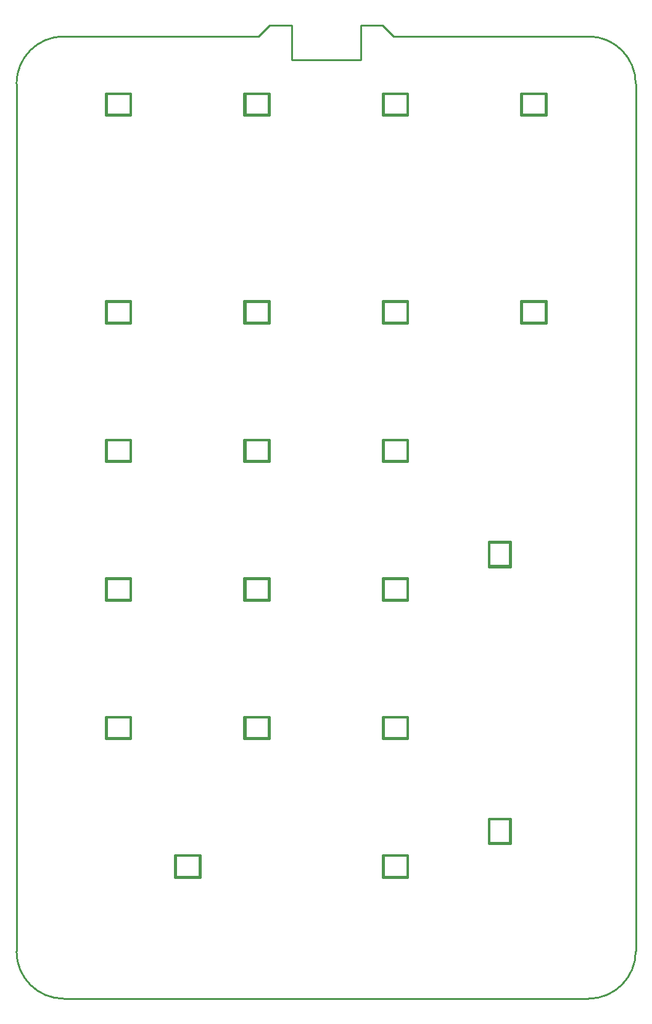
<source format=gko>
G04 Layer: BoardOutline*
G04 EasyEDA v6.4.25, 2022-01-12T23:06:35+11:00*
G04 f164c25aadf14f42abcd0731058902df,bd1e99ad82f14e1cb325c08acf502db4,10*
G04 Gerber Generator version 0.2*
G04 Scale: 100 percent, Rotated: No, Reflected: No *
G04 Dimensions in millimeters *
G04 leading zeros omitted , absolute positions ,4 integer and 5 decimal *
%FSLAX45Y45*%
%MOMM*%

%ADD10C,0.2540*%
D10*
X3774947Y0D02*
G01*
X3774947Y-474979D01*
X4724908Y-474979D01*
X4724908Y0D01*
X4724999Y0D02*
G01*
X5024991Y0D01*
X0Y-800000D02*
G01*
X0Y-12700000D01*
X7849999Y-13350001D02*
G01*
X650001Y-13350001D01*
X8500000Y-800000D02*
G01*
X8500000Y-12700000D01*
X3324999Y-149999D02*
G01*
X650001Y-149999D01*
X7849999Y-149999D02*
G01*
X5175001Y-149999D01*
X3325004Y-150002D02*
G01*
X3474864Y111D01*
X3474994Y0D02*
G01*
X3774998Y0D01*
X5024998Y0D02*
G01*
X5175112Y-150113D01*
G75*
G01*
X8500001Y-800001D02*
G03*
X7850000Y-150000I-650001J0D01*
G75*
G01*
X650001Y-150000D02*
G03*
X0Y-800001I0J-650001D01*
G75*
G01*
X7850002Y-13349999D02*
G03*
X8500003Y-12700000I0J650002D01*
G75*
G01*
X0Y-12700000D02*
G03*
X650001Y-13350001I650001J0D01*
X3459967Y-1219908D02*
G01*
X3459967Y-939909D01*
X3459967Y-939909D02*
G01*
X3139968Y-939909D01*
X3139968Y-939909D02*
G01*
X3139968Y-1219908D01*
X3139968Y-1219908D02*
G01*
X3459967Y-1219908D01*
X3471539Y-927547D02*
G01*
X3471534Y-1237551D01*
X3471534Y-1237551D02*
G01*
X3122033Y-1237551D01*
X3122033Y-1237551D02*
G01*
X3122033Y-927552D01*
X3122033Y-927552D02*
G01*
X3471539Y-927547D01*
X5359887Y-1219908D02*
G01*
X5359887Y-939909D01*
X5359887Y-939909D02*
G01*
X5039888Y-939909D01*
X5039888Y-939909D02*
G01*
X5039888Y-1219908D01*
X5039888Y-1219908D02*
G01*
X5359887Y-1219908D01*
X5371459Y-927547D02*
G01*
X5371454Y-1237551D01*
X5371454Y-1237551D02*
G01*
X5021953Y-1237551D01*
X5021953Y-1237551D02*
G01*
X5021953Y-927552D01*
X5021953Y-927552D02*
G01*
X5371459Y-927547D01*
X7260061Y-1219908D02*
G01*
X7260061Y-939909D01*
X7260061Y-939909D02*
G01*
X6940062Y-939909D01*
X6940062Y-939909D02*
G01*
X6940062Y-1219908D01*
X6940062Y-1219908D02*
G01*
X7260061Y-1219908D01*
X7271633Y-927547D02*
G01*
X7271628Y-1237551D01*
X7271628Y-1237551D02*
G01*
X6922127Y-1237551D01*
X6922127Y-1237551D02*
G01*
X6922127Y-927552D01*
X6922127Y-927552D02*
G01*
X7271633Y-927547D01*
X1560047Y-4070042D02*
G01*
X1560047Y-3790043D01*
X1560047Y-3790043D02*
G01*
X1240048Y-3790043D01*
X1240048Y-3790043D02*
G01*
X1240048Y-4070042D01*
X1240048Y-4070042D02*
G01*
X1560047Y-4070042D01*
X1571619Y-3777681D02*
G01*
X1571614Y-4087685D01*
X1571614Y-4087685D02*
G01*
X1222113Y-4087685D01*
X1222113Y-4087685D02*
G01*
X1222113Y-3777686D01*
X1222113Y-3777686D02*
G01*
X1571619Y-3777681D01*
X3459967Y-4070042D02*
G01*
X3459967Y-3790043D01*
X3459967Y-3790043D02*
G01*
X3139968Y-3790043D01*
X3139968Y-3790043D02*
G01*
X3139968Y-4070042D01*
X3139968Y-4070042D02*
G01*
X3459967Y-4070042D01*
X3471539Y-3777681D02*
G01*
X3471534Y-4087685D01*
X3471534Y-4087685D02*
G01*
X3122033Y-4087685D01*
X3122033Y-4087685D02*
G01*
X3122033Y-3777686D01*
X3122033Y-3777686D02*
G01*
X3471539Y-3777681D01*
X5359999Y-4070002D02*
G01*
X5359999Y-3790002D01*
X5359999Y-3790002D02*
G01*
X5040000Y-3790002D01*
X5040000Y-3790002D02*
G01*
X5040000Y-4070002D01*
X5040000Y-4070002D02*
G01*
X5359999Y-4070002D01*
X5371571Y-3777640D02*
G01*
X5371566Y-4087644D01*
X5371566Y-4087644D02*
G01*
X5022065Y-4087644D01*
X5022065Y-4087644D02*
G01*
X5022065Y-3777645D01*
X5022065Y-3777645D02*
G01*
X5371571Y-3777640D01*
X7260061Y-4070042D02*
G01*
X7260061Y-3790043D01*
X7260061Y-3790043D02*
G01*
X6940062Y-3790043D01*
X6940062Y-3790043D02*
G01*
X6940062Y-4070042D01*
X6940062Y-4070042D02*
G01*
X7260061Y-4070042D01*
X7271633Y-3777681D02*
G01*
X7271628Y-4087685D01*
X7271628Y-4087685D02*
G01*
X6922127Y-4087685D01*
X6922127Y-4087685D02*
G01*
X6922127Y-3777686D01*
X6922127Y-3777686D02*
G01*
X7271633Y-3777681D01*
X1559999Y-5970000D02*
G01*
X1559999Y-5690001D01*
X1559999Y-5690001D02*
G01*
X1240000Y-5690001D01*
X1240000Y-5690001D02*
G01*
X1240000Y-5970000D01*
X1240000Y-5970000D02*
G01*
X1559999Y-5970000D01*
X1571571Y-5677639D02*
G01*
X1571566Y-5987643D01*
X1571566Y-5987643D02*
G01*
X1222065Y-5987643D01*
X1222065Y-5987643D02*
G01*
X1222065Y-5677644D01*
X1222065Y-5677644D02*
G01*
X1571571Y-5677639D01*
X3459967Y-5969962D02*
G01*
X3459967Y-5689963D01*
X3459967Y-5689963D02*
G01*
X3139968Y-5689963D01*
X3139968Y-5689963D02*
G01*
X3139968Y-5969962D01*
X3139968Y-5969962D02*
G01*
X3459967Y-5969962D01*
X3471539Y-5677601D02*
G01*
X3471534Y-5987605D01*
X3471534Y-5987605D02*
G01*
X3122033Y-5987605D01*
X3122033Y-5987605D02*
G01*
X3122033Y-5677606D01*
X3122033Y-5677606D02*
G01*
X3471539Y-5677601D01*
X5359887Y-5969962D02*
G01*
X5359887Y-5689963D01*
X5359887Y-5689963D02*
G01*
X5039888Y-5689963D01*
X5039888Y-5689963D02*
G01*
X5039888Y-5969962D01*
X5039888Y-5969962D02*
G01*
X5359887Y-5969962D01*
X5371459Y-5677601D02*
G01*
X5371454Y-5987605D01*
X5371454Y-5987605D02*
G01*
X5021953Y-5987605D01*
X5021953Y-5987605D02*
G01*
X5021953Y-5677606D01*
X5021953Y-5677606D02*
G01*
X5371459Y-5677601D01*
X6770062Y-7089922D02*
G01*
X6490063Y-7089922D01*
X6490063Y-7089922D02*
G01*
X6490063Y-7409921D01*
X6490063Y-7409921D02*
G01*
X6770062Y-7409921D01*
X6770062Y-7409921D02*
G01*
X6770062Y-7089922D01*
X6477701Y-7078350D02*
G01*
X6787705Y-7078355D01*
X6787705Y-7078355D02*
G01*
X6787705Y-7427856D01*
X6787705Y-7427856D02*
G01*
X6477706Y-7427856D01*
X6477706Y-7427856D02*
G01*
X6477701Y-7078350D01*
X1560047Y-7869882D02*
G01*
X1560047Y-7589883D01*
X1560047Y-7589883D02*
G01*
X1240048Y-7589883D01*
X1240048Y-7589883D02*
G01*
X1240048Y-7869882D01*
X1240048Y-7869882D02*
G01*
X1560047Y-7869882D01*
X1571619Y-7577521D02*
G01*
X1571614Y-7887525D01*
X1571614Y-7887525D02*
G01*
X1222113Y-7887525D01*
X1222113Y-7887525D02*
G01*
X1222113Y-7577526D01*
X1222113Y-7577526D02*
G01*
X1571619Y-7577521D01*
X3459967Y-7869882D02*
G01*
X3459967Y-7589883D01*
X3459967Y-7589883D02*
G01*
X3139968Y-7589883D01*
X3139968Y-7589883D02*
G01*
X3139968Y-7869882D01*
X3139968Y-7869882D02*
G01*
X3459967Y-7869882D01*
X3471539Y-7577521D02*
G01*
X3471534Y-7887525D01*
X3471534Y-7887525D02*
G01*
X3122033Y-7887525D01*
X3122033Y-7887525D02*
G01*
X3122033Y-7577526D01*
X3122033Y-7577526D02*
G01*
X3471539Y-7577521D01*
X5359887Y-7869882D02*
G01*
X5359887Y-7589883D01*
X5359887Y-7589883D02*
G01*
X5039888Y-7589883D01*
X5039888Y-7589883D02*
G01*
X5039888Y-7869882D01*
X5039888Y-7869882D02*
G01*
X5359887Y-7869882D01*
X5371459Y-7577521D02*
G01*
X5371454Y-7887525D01*
X5371454Y-7887525D02*
G01*
X5021953Y-7887525D01*
X5021953Y-7887525D02*
G01*
X5021953Y-7577526D01*
X5021953Y-7577526D02*
G01*
X5371459Y-7577521D01*
X1560047Y-9770056D02*
G01*
X1560047Y-9490057D01*
X1560047Y-9490057D02*
G01*
X1240048Y-9490057D01*
X1240048Y-9490057D02*
G01*
X1240048Y-9770056D01*
X1240048Y-9770056D02*
G01*
X1560047Y-9770056D01*
X1571619Y-9477695D02*
G01*
X1571614Y-9787699D01*
X1571614Y-9787699D02*
G01*
X1222113Y-9787699D01*
X1222113Y-9787699D02*
G01*
X1222113Y-9477700D01*
X1222113Y-9477700D02*
G01*
X1571619Y-9477695D01*
X3459967Y-9770056D02*
G01*
X3459967Y-9490057D01*
X3459967Y-9490057D02*
G01*
X3139968Y-9490057D01*
X3139968Y-9490057D02*
G01*
X3139968Y-9770056D01*
X3139968Y-9770056D02*
G01*
X3459967Y-9770056D01*
X3471539Y-9477695D02*
G01*
X3471534Y-9787699D01*
X3471534Y-9787699D02*
G01*
X3122033Y-9787699D01*
X3122033Y-9787699D02*
G01*
X3122033Y-9477700D01*
X3122033Y-9477700D02*
G01*
X3471539Y-9477695D01*
X5359887Y-9770056D02*
G01*
X5359887Y-9490057D01*
X5359887Y-9490057D02*
G01*
X5039888Y-9490057D01*
X5039888Y-9490057D02*
G01*
X5039888Y-9770056D01*
X5039888Y-9770056D02*
G01*
X5359887Y-9770056D01*
X5371459Y-9477695D02*
G01*
X5371454Y-9787699D01*
X5371454Y-9787699D02*
G01*
X5021953Y-9787699D01*
X5021953Y-9787699D02*
G01*
X5021953Y-9477700D01*
X5021953Y-9477700D02*
G01*
X5371459Y-9477695D01*
X6770062Y-10890016D02*
G01*
X6490063Y-10890016D01*
X6490063Y-10890016D02*
G01*
X6490063Y-11210015D01*
X6490063Y-11210015D02*
G01*
X6770062Y-11210015D01*
X6770062Y-11210015D02*
G01*
X6770062Y-10890016D01*
X6477701Y-10878444D02*
G01*
X6787705Y-10878449D01*
X6787705Y-10878449D02*
G01*
X6787705Y-11227950D01*
X6787705Y-11227950D02*
G01*
X6477706Y-11227950D01*
X6477706Y-11227950D02*
G01*
X6477701Y-10878444D01*
X2510007Y-11669976D02*
G01*
X2510007Y-11389977D01*
X2510007Y-11389977D02*
G01*
X2190008Y-11389977D01*
X2190008Y-11389977D02*
G01*
X2190008Y-11669976D01*
X2190008Y-11669976D02*
G01*
X2510007Y-11669976D01*
X2521579Y-11377615D02*
G01*
X2521574Y-11687619D01*
X2521574Y-11687619D02*
G01*
X2172073Y-11687619D01*
X2172073Y-11687619D02*
G01*
X2172073Y-11377620D01*
X2172073Y-11377620D02*
G01*
X2521579Y-11377615D01*
X5359887Y-11669976D02*
G01*
X5359887Y-11389977D01*
X5359887Y-11389977D02*
G01*
X5039888Y-11389977D01*
X5039888Y-11389977D02*
G01*
X5039888Y-11669976D01*
X5039888Y-11669976D02*
G01*
X5359887Y-11669976D01*
X5371459Y-11377615D02*
G01*
X5371454Y-11687619D01*
X5371454Y-11687619D02*
G01*
X5021953Y-11687619D01*
X5021953Y-11687619D02*
G01*
X5021953Y-11377620D01*
X5021953Y-11377620D02*
G01*
X5371459Y-11377615D01*
X1559999Y-1220000D02*
G01*
X1559999Y-940000D01*
X1559999Y-940000D02*
G01*
X1240000Y-940000D01*
X1240000Y-940000D02*
G01*
X1240000Y-1220000D01*
X1240000Y-1220000D02*
G01*
X1559999Y-1220000D01*
X1571571Y-927638D02*
G01*
X1571566Y-1237642D01*
X1571566Y-1237642D02*
G01*
X1222065Y-1237642D01*
X1222065Y-1237642D02*
G01*
X1222065Y-927643D01*
X1222065Y-927643D02*
G01*
X1571571Y-927638D01*

%LPD*%
M02*

</source>
